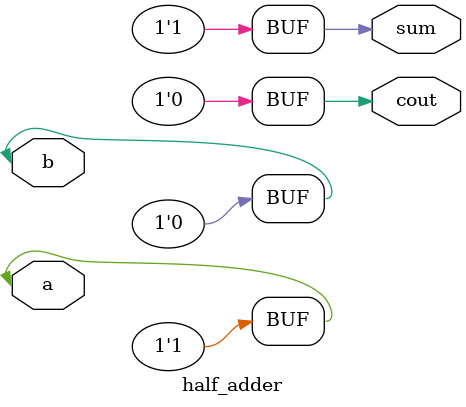
<source format=v>
module half_adder( 
input a, b,
output cout, sum );
assign {cout, sum} = a + b;
initial a =1'b1;
initial b = 1'b0;
endmodule

</source>
